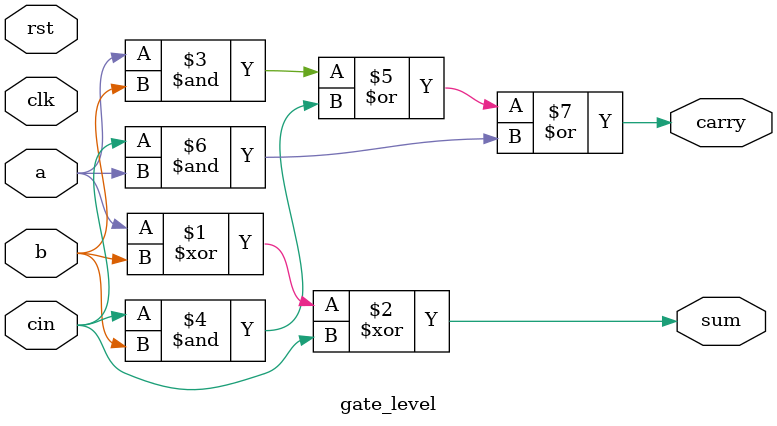
<source format=v>
`timescale 1ns / 1ps
module gate_level(
input clk,rst,
input  a,
input  b,
input  cin,
output  sum,
output  carry
    );

	
	assign sum= a ^ b ^ cin;
	assign carry=(a&b)|(cin&b)|(cin&a);


endmodule


</source>
